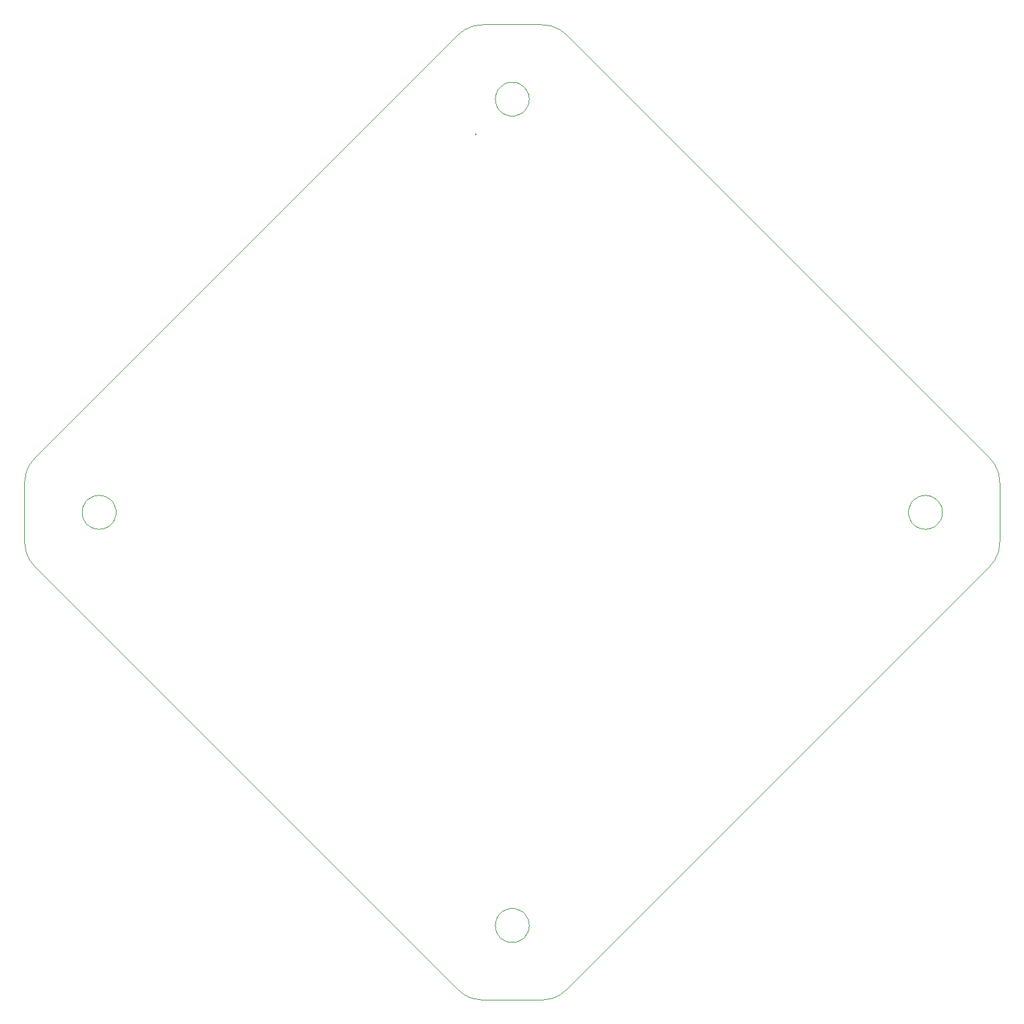
<source format=gm1>
G04*
G04 #@! TF.GenerationSoftware,Altium Limited,Altium Designer,19.0.14 (431)*
G04*
G04 Layer_Color=16711935*
%FSLAX25Y25*%
%MOIN*%
G70*
G01*
G75*
%ADD46C,0.00050*%
%ADD47C,0.01000*%
D46*
X264079Y471471D02*
X264023Y472463D01*
X263857Y473442D01*
X263582Y474397D01*
X263202Y475314D01*
X262721Y476184D01*
X262146Y476994D01*
X261485Y477735D01*
X260744Y478397D01*
X259934Y478971D01*
X259064Y479452D01*
X258147Y479832D01*
X257192Y480107D01*
X256213Y480273D01*
X255221Y480329D01*
X254229Y480273D01*
X253250Y480107D01*
X252295Y479832D01*
X251377Y479452D01*
X250508Y478971D01*
X249698Y478397D01*
X248957Y477735D01*
X248295Y476994D01*
X247720Y476184D01*
X247240Y475314D01*
X246860Y474397D01*
X246585Y473442D01*
X246418Y472463D01*
X246362Y471471D01*
X246418Y470479D01*
X246585Y469500D01*
X246860Y468545D01*
X247240Y467627D01*
X247720Y466758D01*
X248295Y465948D01*
X248957Y465207D01*
X249698Y464545D01*
X250508Y463970D01*
X251377Y463490D01*
X252295Y463110D01*
X253250Y462835D01*
X254229Y462668D01*
X255221Y462612D01*
X256213Y462668D01*
X257192Y462835D01*
X258147Y463110D01*
X259064Y463490D01*
X259934Y463970D01*
X260744Y464545D01*
X261485Y465207D01*
X262146Y465948D01*
X262721Y466758D01*
X263202Y467627D01*
X263582Y468545D01*
X263857Y469500D01*
X264023Y470479D01*
X264079Y471471D01*
X480329Y255221D02*
X480273Y256213D01*
X480107Y257192D01*
X479832Y258147D01*
X479452Y259064D01*
X478971Y259934D01*
X478397Y260744D01*
X477735Y261485D01*
X476994Y262146D01*
X476184Y262721D01*
X475314Y263202D01*
X474397Y263582D01*
X473442Y263857D01*
X472463Y264023D01*
X471471Y264079D01*
X470479Y264023D01*
X469500Y263857D01*
X468545Y263582D01*
X467627Y263202D01*
X466758Y262721D01*
X465948Y262146D01*
X465207Y261485D01*
X464545Y260744D01*
X463970Y259934D01*
X463490Y259064D01*
X463110Y258147D01*
X462835Y257192D01*
X462668Y256213D01*
X462612Y255221D01*
X462668Y254229D01*
X462835Y253250D01*
X463110Y252295D01*
X463490Y251377D01*
X463970Y250508D01*
X464545Y249698D01*
X465207Y248957D01*
X465948Y248295D01*
X466758Y247720D01*
X467627Y247240D01*
X468545Y246860D01*
X469500Y246585D01*
X470479Y246418D01*
X471471Y246362D01*
X472463Y246418D01*
X473442Y246585D01*
X474397Y246860D01*
X475314Y247240D01*
X476184Y247720D01*
X476994Y248295D01*
X477735Y248957D01*
X478397Y249698D01*
X478971Y250508D01*
X479452Y251377D01*
X479832Y252295D01*
X480107Y253250D01*
X480273Y254229D01*
X480329Y255221D01*
X264079Y38971D02*
X264023Y39963D01*
X263857Y40942D01*
X263582Y41897D01*
X263202Y42814D01*
X262721Y43684D01*
X262146Y44494D01*
X261485Y45235D01*
X260744Y45897D01*
X259934Y46471D01*
X259064Y46952D01*
X258147Y47332D01*
X257192Y47607D01*
X256213Y47773D01*
X255221Y47829D01*
X254229Y47773D01*
X253250Y47607D01*
X252295Y47332D01*
X251377Y46952D01*
X250508Y46471D01*
X249698Y45897D01*
X248957Y45235D01*
X248295Y44494D01*
X247720Y43684D01*
X247240Y42814D01*
X246860Y41897D01*
X246585Y40942D01*
X246418Y39963D01*
X246362Y38971D01*
X246418Y37979D01*
X246585Y37000D01*
X246860Y36045D01*
X247240Y35127D01*
X247720Y34258D01*
X248295Y33448D01*
X248957Y32707D01*
X249698Y32045D01*
X250508Y31470D01*
X251377Y30990D01*
X252295Y30610D01*
X253250Y30335D01*
X254229Y30168D01*
X255221Y30112D01*
X256213Y30168D01*
X257192Y30335D01*
X258147Y30610D01*
X259064Y30990D01*
X259934Y31470D01*
X260744Y32045D01*
X261485Y32707D01*
X262146Y33448D01*
X262721Y34258D01*
X263202Y35127D01*
X263582Y36045D01*
X263857Y37000D01*
X264023Y37979D01*
X264079Y38971D01*
X504651Y226262D02*
X505360Y227010D01*
X506030Y227794D01*
X506657Y228611D01*
X507241Y229461D01*
X507779Y230339D01*
X508271Y231245D01*
X508715Y232175D01*
X509109Y233127D01*
X509453Y234099D01*
X509746Y235087D01*
X509986Y236089D01*
X510174Y237103D01*
X510309Y238124D01*
X510390Y239152D01*
X510417Y240182D01*
Y270260D02*
X510390Y271290D01*
X510309Y272317D01*
X510174Y273339D01*
X509986Y274352D01*
X509746Y275355D01*
X509453Y276343D01*
X509109Y277314D01*
X508715Y278266D01*
X508271Y279197D01*
X507779Y280102D01*
X507241Y280981D01*
X506657Y281830D01*
X506030Y282648D01*
X505360Y283432D01*
X504651Y284179D01*
X284179Y504651D02*
X283432Y505360D01*
X282648Y506030D01*
X281830Y506657D01*
X280981Y507241D01*
X280102Y507779D01*
X279197Y508271D01*
X278266Y508715D01*
X277314Y509109D01*
X276343Y509453D01*
X275355Y509746D01*
X274352Y509986D01*
X273339Y510174D01*
X272317Y510309D01*
X271290Y510390D01*
X270260Y510417D01*
X240182D02*
X239152Y510390D01*
X238124Y510309D01*
X237103Y510174D01*
X236089Y509986D01*
X235087Y509746D01*
X234099Y509453D01*
X233127Y509109D01*
X232175Y508715D01*
X231245Y508271D01*
X230339Y507779D01*
X229461Y507241D01*
X228611Y506657D01*
X227794Y506030D01*
X227010Y505360D01*
X226262Y504651D01*
X5791Y284179D02*
X5081Y283432D01*
X4412Y282648D01*
X3785Y281830D01*
X3201Y280981D01*
X2662Y280102D01*
X2171Y279197D01*
X1727Y278266D01*
X1333Y277314D01*
X989Y276343D01*
X696Y275355D01*
X455Y274352D01*
X267Y273339D01*
X133Y272317D01*
X52Y271290D01*
X25Y270260D01*
Y240182D02*
X52Y239152D01*
X133Y238124D01*
X267Y237103D01*
X455Y236089D01*
X696Y235087D01*
X989Y234099D01*
X1333Y233127D01*
X1727Y232175D01*
X2171Y231245D01*
X2662Y230339D01*
X3201Y229461D01*
X3785Y228611D01*
X4412Y227794D01*
X5081Y227010D01*
X5791Y226262D01*
X226262Y5791D02*
X227010Y5081D01*
X227794Y4412D01*
X228611Y3785D01*
X229461Y3201D01*
X230339Y2662D01*
X231245Y2171D01*
X232175Y1727D01*
X233127Y1333D01*
X234099Y989D01*
X235087Y696D01*
X236089Y455D01*
X237103Y267D01*
X238124Y133D01*
X239152Y52D01*
X240182Y25D01*
X270260D02*
X271290Y52D01*
X272317Y133D01*
X273339Y267D01*
X274352Y455D01*
X275355Y696D01*
X276343Y989D01*
X277314Y1333D01*
X278266Y1727D01*
X279197Y2171D01*
X280102Y2662D01*
X280981Y3201D01*
X281830Y3785D01*
X282648Y4412D01*
X283432Y5081D01*
X284179Y5791D01*
X47829Y255221D02*
X47773Y256213D01*
X47607Y257192D01*
X47332Y258147D01*
X46952Y259064D01*
X46471Y259934D01*
X45897Y260744D01*
X45235Y261485D01*
X44494Y262146D01*
X43684Y262721D01*
X42814Y263202D01*
X41897Y263582D01*
X40942Y263857D01*
X39963Y264023D01*
X38971Y264079D01*
X37979Y264023D01*
X37000Y263857D01*
X36045Y263582D01*
X35127Y263202D01*
X34258Y262721D01*
X33448Y262146D01*
X32707Y261485D01*
X32045Y260744D01*
X31470Y259934D01*
X30990Y259064D01*
X30610Y258147D01*
X30335Y257192D01*
X30168Y256213D01*
X30112Y255221D01*
X30168Y254229D01*
X30335Y253250D01*
X30610Y252295D01*
X30990Y251377D01*
X31470Y250508D01*
X32045Y249698D01*
X32707Y248957D01*
X33448Y248295D01*
X34258Y247720D01*
X35127Y247240D01*
X36045Y246860D01*
X37000Y246585D01*
X37979Y246418D01*
X38971Y246362D01*
X39963Y246418D01*
X40942Y246585D01*
X41897Y246860D01*
X42814Y247240D01*
X43684Y247720D01*
X44494Y248295D01*
X45235Y248957D01*
X45897Y249698D01*
X46471Y250508D01*
X46952Y251377D01*
X47332Y252295D01*
X47607Y253250D01*
X47773Y254229D01*
X47829Y255221D01*
X510417Y240182D02*
Y270260D01*
X284179Y504651D02*
X504651Y284179D01*
X240182Y510417D02*
X270260D01*
X5791Y284179D02*
X226262Y504651D01*
X25Y240182D02*
Y270260D01*
X5791Y226262D02*
X226262Y5791D01*
X240182Y25D02*
X270260D01*
X284179Y5791D02*
X504651Y226262D01*
D47*
X236220Y452756D02*
D03*
M02*

</source>
